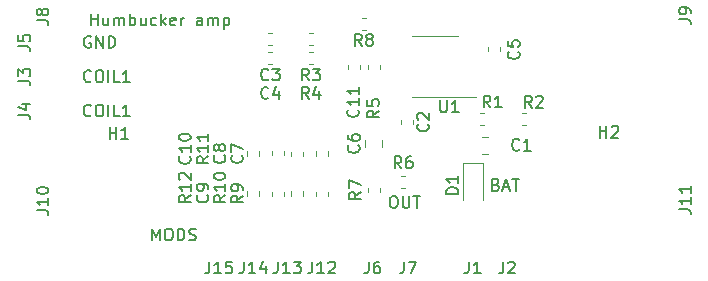
<source format=gto>
%TF.GenerationSoftware,KiCad,Pcbnew,5.1.6*%
%TF.CreationDate,2020-09-16T21:40:07+02:00*%
%TF.ProjectId,HumbuckerAmplifier,48756d62-7563-46b6-9572-416d706c6966,rev?*%
%TF.SameCoordinates,PX6183610PY5204180*%
%TF.FileFunction,Legend,Top*%
%TF.FilePolarity,Positive*%
%FSLAX46Y46*%
G04 Gerber Fmt 4.6, Leading zero omitted, Abs format (unit mm)*
G04 Created by KiCad (PCBNEW 5.1.6) date 2020-09-16 21:40:07*
%MOMM*%
%LPD*%
G01*
G04 APERTURE LIST*
%ADD10C,0.150000*%
%ADD11C,0.120000*%
G04 APERTURE END LIST*
D10*
X8916666Y14242858D02*
X8869047Y14195239D01*
X8726190Y14147620D01*
X8630952Y14147620D01*
X8488095Y14195239D01*
X8392857Y14290477D01*
X8345238Y14385715D01*
X8297619Y14576191D01*
X8297619Y14719048D01*
X8345238Y14909524D01*
X8392857Y15004762D01*
X8488095Y15100000D01*
X8630952Y15147620D01*
X8726190Y15147620D01*
X8869047Y15100000D01*
X8916666Y15052381D01*
X9535714Y15147620D02*
X9726190Y15147620D01*
X9821428Y15100000D01*
X9916666Y15004762D01*
X9964285Y14814286D01*
X9964285Y14480953D01*
X9916666Y14290477D01*
X9821428Y14195239D01*
X9726190Y14147620D01*
X9535714Y14147620D01*
X9440476Y14195239D01*
X9345238Y14290477D01*
X9297619Y14480953D01*
X9297619Y14814286D01*
X9345238Y15004762D01*
X9440476Y15100000D01*
X9535714Y15147620D01*
X10392857Y14147620D02*
X10392857Y15147620D01*
X11345238Y14147620D02*
X10869047Y14147620D01*
X10869047Y15147620D01*
X12202380Y14147620D02*
X11630952Y14147620D01*
X11916666Y14147620D02*
X11916666Y15147620D01*
X11821428Y15004762D01*
X11726190Y14909524D01*
X11630952Y14861905D01*
X8916666Y17142858D02*
X8869047Y17095239D01*
X8726190Y17047620D01*
X8630952Y17047620D01*
X8488095Y17095239D01*
X8392857Y17190477D01*
X8345238Y17285715D01*
X8297619Y17476191D01*
X8297619Y17619048D01*
X8345238Y17809524D01*
X8392857Y17904762D01*
X8488095Y18000000D01*
X8630952Y18047620D01*
X8726190Y18047620D01*
X8869047Y18000000D01*
X8916666Y17952381D01*
X9535714Y18047620D02*
X9726190Y18047620D01*
X9821428Y18000000D01*
X9916666Y17904762D01*
X9964285Y17714286D01*
X9964285Y17380953D01*
X9916666Y17190477D01*
X9821428Y17095239D01*
X9726190Y17047620D01*
X9535714Y17047620D01*
X9440476Y17095239D01*
X9345238Y17190477D01*
X9297619Y17380953D01*
X9297619Y17714286D01*
X9345238Y17904762D01*
X9440476Y18000000D01*
X9535714Y18047620D01*
X10392857Y17047620D02*
X10392857Y18047620D01*
X11345238Y17047620D02*
X10869047Y17047620D01*
X10869047Y18047620D01*
X12202380Y17047620D02*
X11630952Y17047620D01*
X11916666Y17047620D02*
X11916666Y18047620D01*
X11821428Y17904762D01*
X11726190Y17809524D01*
X11630952Y17761905D01*
X8888095Y20900000D02*
X8792857Y20947620D01*
X8650000Y20947620D01*
X8507142Y20900000D01*
X8411904Y20804762D01*
X8364285Y20709524D01*
X8316666Y20519048D01*
X8316666Y20376191D01*
X8364285Y20185715D01*
X8411904Y20090477D01*
X8507142Y19995239D01*
X8650000Y19947620D01*
X8745238Y19947620D01*
X8888095Y19995239D01*
X8935714Y20042858D01*
X8935714Y20376191D01*
X8745238Y20376191D01*
X9364285Y19947620D02*
X9364285Y20947620D01*
X9935714Y19947620D01*
X9935714Y20947620D01*
X10411904Y19947620D02*
X10411904Y20947620D01*
X10650000Y20947620D01*
X10792857Y20900000D01*
X10888095Y20804762D01*
X10935714Y20709524D01*
X10983333Y20519048D01*
X10983333Y20376191D01*
X10935714Y20185715D01*
X10888095Y20090477D01*
X10792857Y19995239D01*
X10650000Y19947620D01*
X10411904Y19947620D01*
X14066666Y3647620D02*
X14066666Y4647620D01*
X14400000Y3933334D01*
X14733333Y4647620D01*
X14733333Y3647620D01*
X15400000Y4647620D02*
X15590476Y4647620D01*
X15685714Y4600000D01*
X15780952Y4504762D01*
X15828571Y4314286D01*
X15828571Y3980953D01*
X15780952Y3790477D01*
X15685714Y3695239D01*
X15590476Y3647620D01*
X15400000Y3647620D01*
X15304761Y3695239D01*
X15209523Y3790477D01*
X15161904Y3980953D01*
X15161904Y4314286D01*
X15209523Y4504762D01*
X15304761Y4600000D01*
X15400000Y4647620D01*
X16257142Y3647620D02*
X16257142Y4647620D01*
X16495238Y4647620D01*
X16638095Y4600000D01*
X16733333Y4504762D01*
X16780952Y4409524D01*
X16828571Y4219048D01*
X16828571Y4076191D01*
X16780952Y3885715D01*
X16733333Y3790477D01*
X16638095Y3695239D01*
X16495238Y3647620D01*
X16257142Y3647620D01*
X17209523Y3695239D02*
X17352380Y3647620D01*
X17590476Y3647620D01*
X17685714Y3695239D01*
X17733333Y3742858D01*
X17780952Y3838096D01*
X17780952Y3933334D01*
X17733333Y4028572D01*
X17685714Y4076191D01*
X17590476Y4123810D01*
X17400000Y4171429D01*
X17304761Y4219048D01*
X17257142Y4266667D01*
X17209523Y4361905D01*
X17209523Y4457143D01*
X17257142Y4552381D01*
X17304761Y4600000D01*
X17400000Y4647620D01*
X17638095Y4647620D01*
X17780952Y4600000D01*
X34450000Y7397620D02*
X34640476Y7397620D01*
X34735714Y7350000D01*
X34830952Y7254762D01*
X34878571Y7064286D01*
X34878571Y6730953D01*
X34830952Y6540477D01*
X34735714Y6445239D01*
X34640476Y6397620D01*
X34450000Y6397620D01*
X34354761Y6445239D01*
X34259523Y6540477D01*
X34211904Y6730953D01*
X34211904Y7064286D01*
X34259523Y7254762D01*
X34354761Y7350000D01*
X34450000Y7397620D01*
X35307142Y7397620D02*
X35307142Y6588096D01*
X35354761Y6492858D01*
X35402380Y6445239D01*
X35497619Y6397620D01*
X35688095Y6397620D01*
X35783333Y6445239D01*
X35830952Y6492858D01*
X35878571Y6588096D01*
X35878571Y7397620D01*
X36211904Y7397620D02*
X36783333Y7397620D01*
X36497619Y6397620D02*
X36497619Y7397620D01*
X43211904Y8371429D02*
X43354761Y8323810D01*
X43402380Y8276191D01*
X43450000Y8180953D01*
X43450000Y8038096D01*
X43402380Y7942858D01*
X43354761Y7895239D01*
X43259523Y7847620D01*
X42878571Y7847620D01*
X42878571Y8847620D01*
X43211904Y8847620D01*
X43307142Y8800000D01*
X43354761Y8752381D01*
X43402380Y8657143D01*
X43402380Y8561905D01*
X43354761Y8466667D01*
X43307142Y8419048D01*
X43211904Y8371429D01*
X42878571Y8371429D01*
X43830952Y8133334D02*
X44307142Y8133334D01*
X43735714Y7847620D02*
X44069047Y8847620D01*
X44402380Y7847620D01*
X44592857Y8847620D02*
X45164285Y8847620D01*
X44878571Y7847620D02*
X44878571Y8847620D01*
X8916666Y21847620D02*
X8916666Y22847620D01*
X8916666Y22371429D02*
X9488095Y22371429D01*
X9488095Y21847620D02*
X9488095Y22847620D01*
X10392857Y22514286D02*
X10392857Y21847620D01*
X9964285Y22514286D02*
X9964285Y21990477D01*
X10011904Y21895239D01*
X10107142Y21847620D01*
X10250000Y21847620D01*
X10345238Y21895239D01*
X10392857Y21942858D01*
X10869047Y21847620D02*
X10869047Y22514286D01*
X10869047Y22419048D02*
X10916666Y22466667D01*
X11011904Y22514286D01*
X11154761Y22514286D01*
X11250000Y22466667D01*
X11297619Y22371429D01*
X11297619Y21847620D01*
X11297619Y22371429D02*
X11345238Y22466667D01*
X11440476Y22514286D01*
X11583333Y22514286D01*
X11678571Y22466667D01*
X11726190Y22371429D01*
X11726190Y21847620D01*
X12202380Y21847620D02*
X12202380Y22847620D01*
X12202380Y22466667D02*
X12297619Y22514286D01*
X12488095Y22514286D01*
X12583333Y22466667D01*
X12630952Y22419048D01*
X12678571Y22323810D01*
X12678571Y22038096D01*
X12630952Y21942858D01*
X12583333Y21895239D01*
X12488095Y21847620D01*
X12297619Y21847620D01*
X12202380Y21895239D01*
X13535714Y22514286D02*
X13535714Y21847620D01*
X13107142Y22514286D02*
X13107142Y21990477D01*
X13154761Y21895239D01*
X13250000Y21847620D01*
X13392857Y21847620D01*
X13488095Y21895239D01*
X13535714Y21942858D01*
X14440476Y21895239D02*
X14345238Y21847620D01*
X14154761Y21847620D01*
X14059523Y21895239D01*
X14011904Y21942858D01*
X13964285Y22038096D01*
X13964285Y22323810D01*
X14011904Y22419048D01*
X14059523Y22466667D01*
X14154761Y22514286D01*
X14345238Y22514286D01*
X14440476Y22466667D01*
X14869047Y21847620D02*
X14869047Y22847620D01*
X14964285Y22228572D02*
X15250000Y21847620D01*
X15250000Y22514286D02*
X14869047Y22133334D01*
X16059523Y21895239D02*
X15964285Y21847620D01*
X15773809Y21847620D01*
X15678571Y21895239D01*
X15630952Y21990477D01*
X15630952Y22371429D01*
X15678571Y22466667D01*
X15773809Y22514286D01*
X15964285Y22514286D01*
X16059523Y22466667D01*
X16107142Y22371429D01*
X16107142Y22276191D01*
X15630952Y22180953D01*
X16535714Y21847620D02*
X16535714Y22514286D01*
X16535714Y22323810D02*
X16583333Y22419048D01*
X16630952Y22466667D01*
X16726190Y22514286D01*
X16821428Y22514286D01*
X18345238Y21847620D02*
X18345238Y22371429D01*
X18297619Y22466667D01*
X18202380Y22514286D01*
X18011904Y22514286D01*
X17916666Y22466667D01*
X18345238Y21895239D02*
X18250000Y21847620D01*
X18011904Y21847620D01*
X17916666Y21895239D01*
X17869047Y21990477D01*
X17869047Y22085715D01*
X17916666Y22180953D01*
X18011904Y22228572D01*
X18250000Y22228572D01*
X18345238Y22276191D01*
X18821428Y21847620D02*
X18821428Y22514286D01*
X18821428Y22419048D02*
X18869047Y22466667D01*
X18964285Y22514286D01*
X19107142Y22514286D01*
X19202380Y22466667D01*
X19250000Y22371429D01*
X19250000Y21847620D01*
X19250000Y22371429D02*
X19297619Y22466667D01*
X19392857Y22514286D01*
X19535714Y22514286D01*
X19630952Y22466667D01*
X19678571Y22371429D01*
X19678571Y21847620D01*
X20154761Y22514286D02*
X20154761Y21514286D01*
X20154761Y22466667D02*
X20250000Y22514286D01*
X20440476Y22514286D01*
X20535714Y22466667D01*
X20583333Y22419048D01*
X20630952Y22323810D01*
X20630952Y22038096D01*
X20583333Y21942858D01*
X20535714Y21895239D01*
X20440476Y21847620D01*
X20250000Y21847620D01*
X20154761Y21895239D01*
D11*
%TO.C,R12*%
X22140000Y7441233D02*
X22140000Y7783767D01*
X23160000Y7441233D02*
X23160000Y7783767D01*
%TO.C,R11*%
X24240000Y10841233D02*
X24240000Y11183767D01*
X25260000Y10841233D02*
X25260000Y11183767D01*
%TO.C,R10*%
X25840000Y7441233D02*
X25840000Y7783767D01*
X26860000Y7441233D02*
X26860000Y7783767D01*
%TO.C,R9*%
X27940000Y7428733D02*
X27940000Y7771267D01*
X28960000Y7428733D02*
X28960000Y7771267D01*
%TO.C,R8*%
X31828733Y22460000D02*
X32171267Y22460000D01*
X31828733Y21440000D02*
X32171267Y21440000D01*
%TO.C,R7*%
X33360000Y8058767D02*
X33360000Y7716233D01*
X32340000Y8058767D02*
X32340000Y7716233D01*
%TO.C,R6*%
X35521267Y8090000D02*
X35178733Y8090000D01*
X35521267Y9110000D02*
X35178733Y9110000D01*
%TO.C,R5*%
X32340000Y18178733D02*
X32340000Y18521267D01*
X33360000Y18178733D02*
X33360000Y18521267D01*
%TO.C,R4*%
X27708767Y18600000D02*
X27366233Y18600000D01*
X27708767Y19620000D02*
X27366233Y19620000D01*
%TO.C,R3*%
X27708767Y20160000D02*
X27366233Y20160000D01*
X27708767Y21180000D02*
X27366233Y21180000D01*
%TO.C,R2*%
X45428733Y14410000D02*
X45771267Y14410000D01*
X45428733Y13390000D02*
X45771267Y13390000D01*
%TO.C,R1*%
X41878733Y14410000D02*
X42221267Y14410000D01*
X41878733Y13390000D02*
X42221267Y13390000D01*
%TO.C,D1*%
X42100000Y10200000D02*
X40400000Y10200000D01*
X40400000Y10200000D02*
X40400000Y7050000D01*
X42100000Y10200000D02*
X42100000Y7050000D01*
%TO.C,C11*%
X30640000Y18178733D02*
X30640000Y18521267D01*
X31660000Y18178733D02*
X31660000Y18521267D01*
%TO.C,C10*%
X22140000Y10828733D02*
X22140000Y11171267D01*
X23160000Y10828733D02*
X23160000Y11171267D01*
%TO.C,C9*%
X24240000Y7428733D02*
X24240000Y7771267D01*
X25260000Y7428733D02*
X25260000Y7771267D01*
%TO.C,C8*%
X25840000Y10816233D02*
X25840000Y11158767D01*
X26860000Y10816233D02*
X26860000Y11158767D01*
%TO.C,C7*%
X27940000Y10828733D02*
X27940000Y11171267D01*
X28960000Y10828733D02*
X28960000Y11171267D01*
%TO.C,C6*%
X32140000Y11588748D02*
X32140000Y12111252D01*
X33560000Y11588748D02*
X33560000Y12111252D01*
%TO.C,C5*%
X42540000Y19678733D02*
X42540000Y20021267D01*
X43560000Y19678733D02*
X43560000Y20021267D01*
%TO.C,C4*%
X24271267Y18600000D02*
X23928733Y18600000D01*
X24271267Y19620000D02*
X23928733Y19620000D01*
%TO.C,C3*%
X24271267Y20160000D02*
X23928733Y20160000D01*
X24271267Y21180000D02*
X23928733Y21180000D01*
%TO.C,C2*%
X36160000Y13821267D02*
X36160000Y13478733D01*
X35140000Y13821267D02*
X35140000Y13478733D01*
%TO.C,C1*%
X41988748Y12410000D02*
X42511252Y12410000D01*
X41988748Y10990000D02*
X42511252Y10990000D01*
%TO.C,U1*%
X38050000Y20910000D02*
X36100000Y20910000D01*
X38050000Y20910000D02*
X40000000Y20910000D01*
X38050000Y15790000D02*
X36100000Y15790000D01*
X38050000Y15790000D02*
X41500000Y15790000D01*
%TO.C,R12*%
D10*
X17352380Y7457143D02*
X16876190Y7123810D01*
X17352380Y6885715D02*
X16352380Y6885715D01*
X16352380Y7266667D01*
X16400000Y7361905D01*
X16447619Y7409524D01*
X16542857Y7457143D01*
X16685714Y7457143D01*
X16780952Y7409524D01*
X16828571Y7361905D01*
X16876190Y7266667D01*
X16876190Y6885715D01*
X17352380Y8409524D02*
X17352380Y7838096D01*
X17352380Y8123810D02*
X16352380Y8123810D01*
X16495238Y8028572D01*
X16590476Y7933334D01*
X16638095Y7838096D01*
X16447619Y8790477D02*
X16400000Y8838096D01*
X16352380Y8933334D01*
X16352380Y9171429D01*
X16400000Y9266667D01*
X16447619Y9314286D01*
X16542857Y9361905D01*
X16638095Y9361905D01*
X16780952Y9314286D01*
X17352380Y8742858D01*
X17352380Y9361905D01*
%TO.C,R11*%
X18852380Y10757143D02*
X18376190Y10423810D01*
X18852380Y10185715D02*
X17852380Y10185715D01*
X17852380Y10566667D01*
X17900000Y10661905D01*
X17947619Y10709524D01*
X18042857Y10757143D01*
X18185714Y10757143D01*
X18280952Y10709524D01*
X18328571Y10661905D01*
X18376190Y10566667D01*
X18376190Y10185715D01*
X18852380Y11709524D02*
X18852380Y11138096D01*
X18852380Y11423810D02*
X17852380Y11423810D01*
X17995238Y11328572D01*
X18090476Y11233334D01*
X18138095Y11138096D01*
X18852380Y12661905D02*
X18852380Y12090477D01*
X18852380Y12376191D02*
X17852380Y12376191D01*
X17995238Y12280953D01*
X18090476Y12185715D01*
X18138095Y12090477D01*
%TO.C,R10*%
X20302380Y7457143D02*
X19826190Y7123810D01*
X20302380Y6885715D02*
X19302380Y6885715D01*
X19302380Y7266667D01*
X19350000Y7361905D01*
X19397619Y7409524D01*
X19492857Y7457143D01*
X19635714Y7457143D01*
X19730952Y7409524D01*
X19778571Y7361905D01*
X19826190Y7266667D01*
X19826190Y6885715D01*
X20302380Y8409524D02*
X20302380Y7838096D01*
X20302380Y8123810D02*
X19302380Y8123810D01*
X19445238Y8028572D01*
X19540476Y7933334D01*
X19588095Y7838096D01*
X19302380Y9028572D02*
X19302380Y9123810D01*
X19350000Y9219048D01*
X19397619Y9266667D01*
X19492857Y9314286D01*
X19683333Y9361905D01*
X19921428Y9361905D01*
X20111904Y9314286D01*
X20207142Y9266667D01*
X20254761Y9219048D01*
X20302380Y9123810D01*
X20302380Y9028572D01*
X20254761Y8933334D01*
X20207142Y8885715D01*
X20111904Y8838096D01*
X19921428Y8790477D01*
X19683333Y8790477D01*
X19492857Y8838096D01*
X19397619Y8885715D01*
X19350000Y8933334D01*
X19302380Y9028572D01*
%TO.C,R9*%
X21772380Y7433334D02*
X21296190Y7100000D01*
X21772380Y6861905D02*
X20772380Y6861905D01*
X20772380Y7242858D01*
X20820000Y7338096D01*
X20867619Y7385715D01*
X20962857Y7433334D01*
X21105714Y7433334D01*
X21200952Y7385715D01*
X21248571Y7338096D01*
X21296190Y7242858D01*
X21296190Y6861905D01*
X21772380Y7909524D02*
X21772380Y8100000D01*
X21724761Y8195239D01*
X21677142Y8242858D01*
X21534285Y8338096D01*
X21343809Y8385715D01*
X20962857Y8385715D01*
X20867619Y8338096D01*
X20820000Y8290477D01*
X20772380Y8195239D01*
X20772380Y8004762D01*
X20820000Y7909524D01*
X20867619Y7861905D01*
X20962857Y7814286D01*
X21200952Y7814286D01*
X21296190Y7861905D01*
X21343809Y7909524D01*
X21391428Y8004762D01*
X21391428Y8195239D01*
X21343809Y8290477D01*
X21296190Y8338096D01*
X21200952Y8385715D01*
%TO.C,R8*%
X31833333Y20097620D02*
X31500000Y20573810D01*
X31261904Y20097620D02*
X31261904Y21097620D01*
X31642857Y21097620D01*
X31738095Y21050000D01*
X31785714Y21002381D01*
X31833333Y20907143D01*
X31833333Y20764286D01*
X31785714Y20669048D01*
X31738095Y20621429D01*
X31642857Y20573810D01*
X31261904Y20573810D01*
X32404761Y20669048D02*
X32309523Y20716667D01*
X32261904Y20764286D01*
X32214285Y20859524D01*
X32214285Y20907143D01*
X32261904Y21002381D01*
X32309523Y21050000D01*
X32404761Y21097620D01*
X32595238Y21097620D01*
X32690476Y21050000D01*
X32738095Y21002381D01*
X32785714Y20907143D01*
X32785714Y20859524D01*
X32738095Y20764286D01*
X32690476Y20716667D01*
X32595238Y20669048D01*
X32404761Y20669048D01*
X32309523Y20621429D01*
X32261904Y20573810D01*
X32214285Y20478572D01*
X32214285Y20288096D01*
X32261904Y20192858D01*
X32309523Y20145239D01*
X32404761Y20097620D01*
X32595238Y20097620D01*
X32690476Y20145239D01*
X32738095Y20192858D01*
X32785714Y20288096D01*
X32785714Y20478572D01*
X32738095Y20573810D01*
X32690476Y20621429D01*
X32595238Y20669048D01*
%TO.C,R7*%
X31752380Y7720834D02*
X31276190Y7387500D01*
X31752380Y7149405D02*
X30752380Y7149405D01*
X30752380Y7530358D01*
X30800000Y7625596D01*
X30847619Y7673215D01*
X30942857Y7720834D01*
X31085714Y7720834D01*
X31180952Y7673215D01*
X31228571Y7625596D01*
X31276190Y7530358D01*
X31276190Y7149405D01*
X30752380Y8054167D02*
X30752380Y8720834D01*
X31752380Y8292262D01*
%TO.C,R6*%
X35183333Y9747620D02*
X34850000Y10223810D01*
X34611904Y9747620D02*
X34611904Y10747620D01*
X34992857Y10747620D01*
X35088095Y10700000D01*
X35135714Y10652381D01*
X35183333Y10557143D01*
X35183333Y10414286D01*
X35135714Y10319048D01*
X35088095Y10271429D01*
X34992857Y10223810D01*
X34611904Y10223810D01*
X36040476Y10747620D02*
X35850000Y10747620D01*
X35754761Y10700000D01*
X35707142Y10652381D01*
X35611904Y10509524D01*
X35564285Y10319048D01*
X35564285Y9938096D01*
X35611904Y9842858D01*
X35659523Y9795239D01*
X35754761Y9747620D01*
X35945238Y9747620D01*
X36040476Y9795239D01*
X36088095Y9842858D01*
X36135714Y9938096D01*
X36135714Y10176191D01*
X36088095Y10271429D01*
X36040476Y10319048D01*
X35945238Y10366667D01*
X35754761Y10366667D01*
X35659523Y10319048D01*
X35611904Y10271429D01*
X35564285Y10176191D01*
%TO.C,R5*%
X33302380Y14633334D02*
X32826190Y14300000D01*
X33302380Y14061905D02*
X32302380Y14061905D01*
X32302380Y14442858D01*
X32350000Y14538096D01*
X32397619Y14585715D01*
X32492857Y14633334D01*
X32635714Y14633334D01*
X32730952Y14585715D01*
X32778571Y14538096D01*
X32826190Y14442858D01*
X32826190Y14061905D01*
X32302380Y15538096D02*
X32302380Y15061905D01*
X32778571Y15014286D01*
X32730952Y15061905D01*
X32683333Y15157143D01*
X32683333Y15395239D01*
X32730952Y15490477D01*
X32778571Y15538096D01*
X32873809Y15585715D01*
X33111904Y15585715D01*
X33207142Y15538096D01*
X33254761Y15490477D01*
X33302380Y15395239D01*
X33302380Y15157143D01*
X33254761Y15061905D01*
X33207142Y15014286D01*
%TO.C,R4*%
X27370833Y15627620D02*
X27037500Y16103810D01*
X26799404Y15627620D02*
X26799404Y16627620D01*
X27180357Y16627620D01*
X27275595Y16580000D01*
X27323214Y16532381D01*
X27370833Y16437143D01*
X27370833Y16294286D01*
X27323214Y16199048D01*
X27275595Y16151429D01*
X27180357Y16103810D01*
X26799404Y16103810D01*
X28227976Y16294286D02*
X28227976Y15627620D01*
X27989880Y16675239D02*
X27751785Y15960953D01*
X28370833Y15960953D01*
%TO.C,R3*%
X27370833Y17187620D02*
X27037500Y17663810D01*
X26799404Y17187620D02*
X26799404Y18187620D01*
X27180357Y18187620D01*
X27275595Y18140000D01*
X27323214Y18092381D01*
X27370833Y17997143D01*
X27370833Y17854286D01*
X27323214Y17759048D01*
X27275595Y17711429D01*
X27180357Y17663810D01*
X26799404Y17663810D01*
X27704166Y18187620D02*
X28323214Y18187620D01*
X27989880Y17806667D01*
X28132738Y17806667D01*
X28227976Y17759048D01*
X28275595Y17711429D01*
X28323214Y17616191D01*
X28323214Y17378096D01*
X28275595Y17282858D01*
X28227976Y17235239D01*
X28132738Y17187620D01*
X27847023Y17187620D01*
X27751785Y17235239D01*
X27704166Y17282858D01*
%TO.C,R2*%
X46233333Y14877620D02*
X45900000Y15353810D01*
X45661904Y14877620D02*
X45661904Y15877620D01*
X46042857Y15877620D01*
X46138095Y15830000D01*
X46185714Y15782381D01*
X46233333Y15687143D01*
X46233333Y15544286D01*
X46185714Y15449048D01*
X46138095Y15401429D01*
X46042857Y15353810D01*
X45661904Y15353810D01*
X46614285Y15782381D02*
X46661904Y15830000D01*
X46757142Y15877620D01*
X46995238Y15877620D01*
X47090476Y15830000D01*
X47138095Y15782381D01*
X47185714Y15687143D01*
X47185714Y15591905D01*
X47138095Y15449048D01*
X46566666Y14877620D01*
X47185714Y14877620D01*
%TO.C,R1*%
X42733333Y14897620D02*
X42400000Y15373810D01*
X42161904Y14897620D02*
X42161904Y15897620D01*
X42542857Y15897620D01*
X42638095Y15850000D01*
X42685714Y15802381D01*
X42733333Y15707143D01*
X42733333Y15564286D01*
X42685714Y15469048D01*
X42638095Y15421429D01*
X42542857Y15373810D01*
X42161904Y15373810D01*
X43685714Y14897620D02*
X43114285Y14897620D01*
X43400000Y14897620D02*
X43400000Y15897620D01*
X43304761Y15754762D01*
X43209523Y15659524D01*
X43114285Y15611905D01*
%TO.C,D1*%
X40002380Y7561905D02*
X39002380Y7561905D01*
X39002380Y7800000D01*
X39050000Y7942858D01*
X39145238Y8038096D01*
X39240476Y8085715D01*
X39430952Y8133334D01*
X39573809Y8133334D01*
X39764285Y8085715D01*
X39859523Y8038096D01*
X39954761Y7942858D01*
X40002380Y7800000D01*
X40002380Y7561905D01*
X40002380Y9085715D02*
X40002380Y8514286D01*
X40002380Y8800000D02*
X39002380Y8800000D01*
X39145238Y8704762D01*
X39240476Y8609524D01*
X39288095Y8514286D01*
%TO.C,C11*%
X31507142Y14707143D02*
X31554761Y14659524D01*
X31602380Y14516667D01*
X31602380Y14421429D01*
X31554761Y14278572D01*
X31459523Y14183334D01*
X31364285Y14135715D01*
X31173809Y14088096D01*
X31030952Y14088096D01*
X30840476Y14135715D01*
X30745238Y14183334D01*
X30650000Y14278572D01*
X30602380Y14421429D01*
X30602380Y14516667D01*
X30650000Y14659524D01*
X30697619Y14707143D01*
X31602380Y15659524D02*
X31602380Y15088096D01*
X31602380Y15373810D02*
X30602380Y15373810D01*
X30745238Y15278572D01*
X30840476Y15183334D01*
X30888095Y15088096D01*
X31602380Y16611905D02*
X31602380Y16040477D01*
X31602380Y16326191D02*
X30602380Y16326191D01*
X30745238Y16230953D01*
X30840476Y16135715D01*
X30888095Y16040477D01*
%TO.C,C10*%
X17257142Y10757143D02*
X17304761Y10709524D01*
X17352380Y10566667D01*
X17352380Y10471429D01*
X17304761Y10328572D01*
X17209523Y10233334D01*
X17114285Y10185715D01*
X16923809Y10138096D01*
X16780952Y10138096D01*
X16590476Y10185715D01*
X16495238Y10233334D01*
X16400000Y10328572D01*
X16352380Y10471429D01*
X16352380Y10566667D01*
X16400000Y10709524D01*
X16447619Y10757143D01*
X17352380Y11709524D02*
X17352380Y11138096D01*
X17352380Y11423810D02*
X16352380Y11423810D01*
X16495238Y11328572D01*
X16590476Y11233334D01*
X16638095Y11138096D01*
X16352380Y12328572D02*
X16352380Y12423810D01*
X16400000Y12519048D01*
X16447619Y12566667D01*
X16542857Y12614286D01*
X16733333Y12661905D01*
X16971428Y12661905D01*
X17161904Y12614286D01*
X17257142Y12566667D01*
X17304761Y12519048D01*
X17352380Y12423810D01*
X17352380Y12328572D01*
X17304761Y12233334D01*
X17257142Y12185715D01*
X17161904Y12138096D01*
X16971428Y12090477D01*
X16733333Y12090477D01*
X16542857Y12138096D01*
X16447619Y12185715D01*
X16400000Y12233334D01*
X16352380Y12328572D01*
%TO.C,C9*%
X18757142Y7483334D02*
X18804761Y7435715D01*
X18852380Y7292858D01*
X18852380Y7197620D01*
X18804761Y7054762D01*
X18709523Y6959524D01*
X18614285Y6911905D01*
X18423809Y6864286D01*
X18280952Y6864286D01*
X18090476Y6911905D01*
X17995238Y6959524D01*
X17900000Y7054762D01*
X17852380Y7197620D01*
X17852380Y7292858D01*
X17900000Y7435715D01*
X17947619Y7483334D01*
X18852380Y7959524D02*
X18852380Y8150000D01*
X18804761Y8245239D01*
X18757142Y8292858D01*
X18614285Y8388096D01*
X18423809Y8435715D01*
X18042857Y8435715D01*
X17947619Y8388096D01*
X17900000Y8340477D01*
X17852380Y8245239D01*
X17852380Y8054762D01*
X17900000Y7959524D01*
X17947619Y7911905D01*
X18042857Y7864286D01*
X18280952Y7864286D01*
X18376190Y7911905D01*
X18423809Y7959524D01*
X18471428Y8054762D01*
X18471428Y8245239D01*
X18423809Y8340477D01*
X18376190Y8388096D01*
X18280952Y8435715D01*
%TO.C,C8*%
X20207142Y10833334D02*
X20254761Y10785715D01*
X20302380Y10642858D01*
X20302380Y10547620D01*
X20254761Y10404762D01*
X20159523Y10309524D01*
X20064285Y10261905D01*
X19873809Y10214286D01*
X19730952Y10214286D01*
X19540476Y10261905D01*
X19445238Y10309524D01*
X19350000Y10404762D01*
X19302380Y10547620D01*
X19302380Y10642858D01*
X19350000Y10785715D01*
X19397619Y10833334D01*
X19730952Y11404762D02*
X19683333Y11309524D01*
X19635714Y11261905D01*
X19540476Y11214286D01*
X19492857Y11214286D01*
X19397619Y11261905D01*
X19350000Y11309524D01*
X19302380Y11404762D01*
X19302380Y11595239D01*
X19350000Y11690477D01*
X19397619Y11738096D01*
X19492857Y11785715D01*
X19540476Y11785715D01*
X19635714Y11738096D01*
X19683333Y11690477D01*
X19730952Y11595239D01*
X19730952Y11404762D01*
X19778571Y11309524D01*
X19826190Y11261905D01*
X19921428Y11214286D01*
X20111904Y11214286D01*
X20207142Y11261905D01*
X20254761Y11309524D01*
X20302380Y11404762D01*
X20302380Y11595239D01*
X20254761Y11690477D01*
X20207142Y11738096D01*
X20111904Y11785715D01*
X19921428Y11785715D01*
X19826190Y11738096D01*
X19778571Y11690477D01*
X19730952Y11595239D01*
%TO.C,C7*%
X21677142Y10833334D02*
X21724761Y10785715D01*
X21772380Y10642858D01*
X21772380Y10547620D01*
X21724761Y10404762D01*
X21629523Y10309524D01*
X21534285Y10261905D01*
X21343809Y10214286D01*
X21200952Y10214286D01*
X21010476Y10261905D01*
X20915238Y10309524D01*
X20820000Y10404762D01*
X20772380Y10547620D01*
X20772380Y10642858D01*
X20820000Y10785715D01*
X20867619Y10833334D01*
X20772380Y11166667D02*
X20772380Y11833334D01*
X21772380Y11404762D01*
%TO.C,C6*%
X31557142Y11683334D02*
X31604761Y11635715D01*
X31652380Y11492858D01*
X31652380Y11397620D01*
X31604761Y11254762D01*
X31509523Y11159524D01*
X31414285Y11111905D01*
X31223809Y11064286D01*
X31080952Y11064286D01*
X30890476Y11111905D01*
X30795238Y11159524D01*
X30700000Y11254762D01*
X30652380Y11397620D01*
X30652380Y11492858D01*
X30700000Y11635715D01*
X30747619Y11683334D01*
X30652380Y12540477D02*
X30652380Y12350000D01*
X30700000Y12254762D01*
X30747619Y12207143D01*
X30890476Y12111905D01*
X31080952Y12064286D01*
X31461904Y12064286D01*
X31557142Y12111905D01*
X31604761Y12159524D01*
X31652380Y12254762D01*
X31652380Y12445239D01*
X31604761Y12540477D01*
X31557142Y12588096D01*
X31461904Y12635715D01*
X31223809Y12635715D01*
X31128571Y12588096D01*
X31080952Y12540477D01*
X31033333Y12445239D01*
X31033333Y12254762D01*
X31080952Y12159524D01*
X31128571Y12111905D01*
X31223809Y12064286D01*
%TO.C,C5*%
X45107142Y19633334D02*
X45154761Y19585715D01*
X45202380Y19442858D01*
X45202380Y19347620D01*
X45154761Y19204762D01*
X45059523Y19109524D01*
X44964285Y19061905D01*
X44773809Y19014286D01*
X44630952Y19014286D01*
X44440476Y19061905D01*
X44345238Y19109524D01*
X44250000Y19204762D01*
X44202380Y19347620D01*
X44202380Y19442858D01*
X44250000Y19585715D01*
X44297619Y19633334D01*
X44202380Y20538096D02*
X44202380Y20061905D01*
X44678571Y20014286D01*
X44630952Y20061905D01*
X44583333Y20157143D01*
X44583333Y20395239D01*
X44630952Y20490477D01*
X44678571Y20538096D01*
X44773809Y20585715D01*
X45011904Y20585715D01*
X45107142Y20538096D01*
X45154761Y20490477D01*
X45202380Y20395239D01*
X45202380Y20157143D01*
X45154761Y20061905D01*
X45107142Y20014286D01*
%TO.C,C4*%
X23933333Y15722858D02*
X23885714Y15675239D01*
X23742857Y15627620D01*
X23647619Y15627620D01*
X23504761Y15675239D01*
X23409523Y15770477D01*
X23361904Y15865715D01*
X23314285Y16056191D01*
X23314285Y16199048D01*
X23361904Y16389524D01*
X23409523Y16484762D01*
X23504761Y16580000D01*
X23647619Y16627620D01*
X23742857Y16627620D01*
X23885714Y16580000D01*
X23933333Y16532381D01*
X24790476Y16294286D02*
X24790476Y15627620D01*
X24552380Y16675239D02*
X24314285Y15960953D01*
X24933333Y15960953D01*
%TO.C,C3*%
X23933333Y17282858D02*
X23885714Y17235239D01*
X23742857Y17187620D01*
X23647619Y17187620D01*
X23504761Y17235239D01*
X23409523Y17330477D01*
X23361904Y17425715D01*
X23314285Y17616191D01*
X23314285Y17759048D01*
X23361904Y17949524D01*
X23409523Y18044762D01*
X23504761Y18140000D01*
X23647619Y18187620D01*
X23742857Y18187620D01*
X23885714Y18140000D01*
X23933333Y18092381D01*
X24266666Y18187620D02*
X24885714Y18187620D01*
X24552380Y17806667D01*
X24695238Y17806667D01*
X24790476Y17759048D01*
X24838095Y17711429D01*
X24885714Y17616191D01*
X24885714Y17378096D01*
X24838095Y17282858D01*
X24790476Y17235239D01*
X24695238Y17187620D01*
X24409523Y17187620D01*
X24314285Y17235239D01*
X24266666Y17282858D01*
%TO.C,C2*%
X37437142Y13483334D02*
X37484761Y13435715D01*
X37532380Y13292858D01*
X37532380Y13197620D01*
X37484761Y13054762D01*
X37389523Y12959524D01*
X37294285Y12911905D01*
X37103809Y12864286D01*
X36960952Y12864286D01*
X36770476Y12911905D01*
X36675238Y12959524D01*
X36580000Y13054762D01*
X36532380Y13197620D01*
X36532380Y13292858D01*
X36580000Y13435715D01*
X36627619Y13483334D01*
X36627619Y13864286D02*
X36580000Y13911905D01*
X36532380Y14007143D01*
X36532380Y14245239D01*
X36580000Y14340477D01*
X36627619Y14388096D01*
X36722857Y14435715D01*
X36818095Y14435715D01*
X36960952Y14388096D01*
X37532380Y13816667D01*
X37532380Y14435715D01*
%TO.C,C1*%
X45183333Y11342858D02*
X45135714Y11295239D01*
X44992857Y11247620D01*
X44897619Y11247620D01*
X44754761Y11295239D01*
X44659523Y11390477D01*
X44611904Y11485715D01*
X44564285Y11676191D01*
X44564285Y11819048D01*
X44611904Y12009524D01*
X44659523Y12104762D01*
X44754761Y12200000D01*
X44897619Y12247620D01*
X44992857Y12247620D01*
X45135714Y12200000D01*
X45183333Y12152381D01*
X46135714Y11247620D02*
X45564285Y11247620D01*
X45850000Y11247620D02*
X45850000Y12247620D01*
X45754761Y12104762D01*
X45659523Y12009524D01*
X45564285Y11961905D01*
%TO.C,J15*%
X18940476Y1847620D02*
X18940476Y1133334D01*
X18892857Y990477D01*
X18797619Y895239D01*
X18654761Y847620D01*
X18559523Y847620D01*
X19940476Y847620D02*
X19369047Y847620D01*
X19654761Y847620D02*
X19654761Y1847620D01*
X19559523Y1704762D01*
X19464285Y1609524D01*
X19369047Y1561905D01*
X20845238Y1847620D02*
X20369047Y1847620D01*
X20321428Y1371429D01*
X20369047Y1419048D01*
X20464285Y1466667D01*
X20702380Y1466667D01*
X20797619Y1419048D01*
X20845238Y1371429D01*
X20892857Y1276191D01*
X20892857Y1038096D01*
X20845238Y942858D01*
X20797619Y895239D01*
X20702380Y847620D01*
X20464285Y847620D01*
X20369047Y895239D01*
X20321428Y942858D01*
%TO.C,J14*%
X21840476Y1847620D02*
X21840476Y1133334D01*
X21792857Y990477D01*
X21697619Y895239D01*
X21554761Y847620D01*
X21459523Y847620D01*
X22840476Y847620D02*
X22269047Y847620D01*
X22554761Y847620D02*
X22554761Y1847620D01*
X22459523Y1704762D01*
X22364285Y1609524D01*
X22269047Y1561905D01*
X23697619Y1514286D02*
X23697619Y847620D01*
X23459523Y1895239D02*
X23221428Y1180953D01*
X23840476Y1180953D01*
%TO.C,J13*%
X24740476Y1847620D02*
X24740476Y1133334D01*
X24692857Y990477D01*
X24597619Y895239D01*
X24454761Y847620D01*
X24359523Y847620D01*
X25740476Y847620D02*
X25169047Y847620D01*
X25454761Y847620D02*
X25454761Y1847620D01*
X25359523Y1704762D01*
X25264285Y1609524D01*
X25169047Y1561905D01*
X26073809Y1847620D02*
X26692857Y1847620D01*
X26359523Y1466667D01*
X26502380Y1466667D01*
X26597619Y1419048D01*
X26645238Y1371429D01*
X26692857Y1276191D01*
X26692857Y1038096D01*
X26645238Y942858D01*
X26597619Y895239D01*
X26502380Y847620D01*
X26216666Y847620D01*
X26121428Y895239D01*
X26073809Y942858D01*
%TO.C,J12*%
X27640476Y1847620D02*
X27640476Y1133334D01*
X27592857Y990477D01*
X27497619Y895239D01*
X27354761Y847620D01*
X27259523Y847620D01*
X28640476Y847620D02*
X28069047Y847620D01*
X28354761Y847620D02*
X28354761Y1847620D01*
X28259523Y1704762D01*
X28164285Y1609524D01*
X28069047Y1561905D01*
X29021428Y1752381D02*
X29069047Y1800000D01*
X29164285Y1847620D01*
X29402380Y1847620D01*
X29497619Y1800000D01*
X29545238Y1752381D01*
X29592857Y1657143D01*
X29592857Y1561905D01*
X29545238Y1419048D01*
X28973809Y847620D01*
X29592857Y847620D01*
%TO.C,J11*%
X58702380Y6290477D02*
X59416666Y6290477D01*
X59559523Y6242858D01*
X59654761Y6147620D01*
X59702380Y6004762D01*
X59702380Y5909524D01*
X59702380Y7290477D02*
X59702380Y6719048D01*
X59702380Y7004762D02*
X58702380Y7004762D01*
X58845238Y6909524D01*
X58940476Y6814286D01*
X58988095Y6719048D01*
X59702380Y8242858D02*
X59702380Y7671429D01*
X59702380Y7957143D02*
X58702380Y7957143D01*
X58845238Y7861905D01*
X58940476Y7766667D01*
X58988095Y7671429D01*
%TO.C,J10*%
X4302380Y6190477D02*
X5016666Y6190477D01*
X5159523Y6142858D01*
X5254761Y6047620D01*
X5302380Y5904762D01*
X5302380Y5809524D01*
X5302380Y7190477D02*
X5302380Y6619048D01*
X5302380Y6904762D02*
X4302380Y6904762D01*
X4445238Y6809524D01*
X4540476Y6714286D01*
X4588095Y6619048D01*
X4302380Y7809524D02*
X4302380Y7904762D01*
X4350000Y8000000D01*
X4397619Y8047620D01*
X4492857Y8095239D01*
X4683333Y8142858D01*
X4921428Y8142858D01*
X5111904Y8095239D01*
X5207142Y8047620D01*
X5254761Y8000000D01*
X5302380Y7904762D01*
X5302380Y7809524D01*
X5254761Y7714286D01*
X5207142Y7666667D01*
X5111904Y7619048D01*
X4921428Y7571429D01*
X4683333Y7571429D01*
X4492857Y7619048D01*
X4397619Y7666667D01*
X4350000Y7714286D01*
X4302380Y7809524D01*
%TO.C,J9*%
X58702380Y22366667D02*
X59416666Y22366667D01*
X59559523Y22319048D01*
X59654761Y22223810D01*
X59702380Y22080953D01*
X59702380Y21985715D01*
X59702380Y22890477D02*
X59702380Y23080953D01*
X59654761Y23176191D01*
X59607142Y23223810D01*
X59464285Y23319048D01*
X59273809Y23366667D01*
X58892857Y23366667D01*
X58797619Y23319048D01*
X58750000Y23271429D01*
X58702380Y23176191D01*
X58702380Y22985715D01*
X58750000Y22890477D01*
X58797619Y22842858D01*
X58892857Y22795239D01*
X59130952Y22795239D01*
X59226190Y22842858D01*
X59273809Y22890477D01*
X59321428Y22985715D01*
X59321428Y23176191D01*
X59273809Y23271429D01*
X59226190Y23319048D01*
X59130952Y23366667D01*
%TO.C,J8*%
X4302380Y22266667D02*
X5016666Y22266667D01*
X5159523Y22219048D01*
X5254761Y22123810D01*
X5302380Y21980953D01*
X5302380Y21885715D01*
X4730952Y22885715D02*
X4683333Y22790477D01*
X4635714Y22742858D01*
X4540476Y22695239D01*
X4492857Y22695239D01*
X4397619Y22742858D01*
X4350000Y22790477D01*
X4302380Y22885715D01*
X4302380Y23076191D01*
X4350000Y23171429D01*
X4397619Y23219048D01*
X4492857Y23266667D01*
X4540476Y23266667D01*
X4635714Y23219048D01*
X4683333Y23171429D01*
X4730952Y23076191D01*
X4730952Y22885715D01*
X4778571Y22790477D01*
X4826190Y22742858D01*
X4921428Y22695239D01*
X5111904Y22695239D01*
X5207142Y22742858D01*
X5254761Y22790477D01*
X5302380Y22885715D01*
X5302380Y23076191D01*
X5254761Y23171429D01*
X5207142Y23219048D01*
X5111904Y23266667D01*
X4921428Y23266667D01*
X4826190Y23219048D01*
X4778571Y23171429D01*
X4730952Y23076191D01*
%TO.C,J7*%
X35416666Y1847620D02*
X35416666Y1133334D01*
X35369047Y990477D01*
X35273809Y895239D01*
X35130952Y847620D01*
X35035714Y847620D01*
X35797619Y1847620D02*
X36464285Y1847620D01*
X36035714Y847620D01*
%TO.C,J6*%
X32416666Y1847620D02*
X32416666Y1133334D01*
X32369047Y990477D01*
X32273809Y895239D01*
X32130952Y847620D01*
X32035714Y847620D01*
X33321428Y1847620D02*
X33130952Y1847620D01*
X33035714Y1800000D01*
X32988095Y1752381D01*
X32892857Y1609524D01*
X32845238Y1419048D01*
X32845238Y1038096D01*
X32892857Y942858D01*
X32940476Y895239D01*
X33035714Y847620D01*
X33226190Y847620D01*
X33321428Y895239D01*
X33369047Y942858D01*
X33416666Y1038096D01*
X33416666Y1276191D01*
X33369047Y1371429D01*
X33321428Y1419048D01*
X33226190Y1466667D01*
X33035714Y1466667D01*
X32940476Y1419048D01*
X32892857Y1371429D01*
X32845238Y1276191D01*
%TO.C,J5*%
X2762380Y20066667D02*
X3476666Y20066667D01*
X3619523Y20019048D01*
X3714761Y19923810D01*
X3762380Y19780953D01*
X3762380Y19685715D01*
X2762380Y21019048D02*
X2762380Y20542858D01*
X3238571Y20495239D01*
X3190952Y20542858D01*
X3143333Y20638096D01*
X3143333Y20876191D01*
X3190952Y20971429D01*
X3238571Y21019048D01*
X3333809Y21066667D01*
X3571904Y21066667D01*
X3667142Y21019048D01*
X3714761Y20971429D01*
X3762380Y20876191D01*
X3762380Y20638096D01*
X3714761Y20542858D01*
X3667142Y20495239D01*
%TO.C,J4*%
X2762380Y14266667D02*
X3476666Y14266667D01*
X3619523Y14219048D01*
X3714761Y14123810D01*
X3762380Y13980953D01*
X3762380Y13885715D01*
X3095714Y15171429D02*
X3762380Y15171429D01*
X2714761Y14933334D02*
X3429047Y14695239D01*
X3429047Y15314286D01*
%TO.C,J3*%
X2762380Y17166667D02*
X3476666Y17166667D01*
X3619523Y17119048D01*
X3714761Y17023810D01*
X3762380Y16880953D01*
X3762380Y16785715D01*
X2762380Y17547620D02*
X2762380Y18166667D01*
X3143333Y17833334D01*
X3143333Y17976191D01*
X3190952Y18071429D01*
X3238571Y18119048D01*
X3333809Y18166667D01*
X3571904Y18166667D01*
X3667142Y18119048D01*
X3714761Y18071429D01*
X3762380Y17976191D01*
X3762380Y17690477D01*
X3714761Y17595239D01*
X3667142Y17547620D01*
%TO.C,J2*%
X43816666Y1847620D02*
X43816666Y1133334D01*
X43769047Y990477D01*
X43673809Y895239D01*
X43530952Y847620D01*
X43435714Y847620D01*
X44245238Y1752381D02*
X44292857Y1800000D01*
X44388095Y1847620D01*
X44626190Y1847620D01*
X44721428Y1800000D01*
X44769047Y1752381D01*
X44816666Y1657143D01*
X44816666Y1561905D01*
X44769047Y1419048D01*
X44197619Y847620D01*
X44816666Y847620D01*
%TO.C,J1*%
X40916666Y1847620D02*
X40916666Y1133334D01*
X40869047Y990477D01*
X40773809Y895239D01*
X40630952Y847620D01*
X40535714Y847620D01*
X41916666Y847620D02*
X41345238Y847620D01*
X41630952Y847620D02*
X41630952Y1847620D01*
X41535714Y1704762D01*
X41440476Y1609524D01*
X41345238Y1561905D01*
%TO.C,U1*%
X38488095Y15497620D02*
X38488095Y14688096D01*
X38535714Y14592858D01*
X38583333Y14545239D01*
X38678571Y14497620D01*
X38869047Y14497620D01*
X38964285Y14545239D01*
X39011904Y14592858D01*
X39059523Y14688096D01*
X39059523Y15497620D01*
X40059523Y14497620D02*
X39488095Y14497620D01*
X39773809Y14497620D02*
X39773809Y15497620D01*
X39678571Y15354762D01*
X39583333Y15259524D01*
X39488095Y15211905D01*
%TO.C,H2*%
X51988095Y12347620D02*
X51988095Y13347620D01*
X51988095Y12871429D02*
X52559523Y12871429D01*
X52559523Y12347620D02*
X52559523Y13347620D01*
X52988095Y13252381D02*
X53035714Y13300000D01*
X53130952Y13347620D01*
X53369047Y13347620D01*
X53464285Y13300000D01*
X53511904Y13252381D01*
X53559523Y13157143D01*
X53559523Y13061905D01*
X53511904Y12919048D01*
X52940476Y12347620D01*
X53559523Y12347620D01*
%TO.C,H1*%
X10488095Y12247620D02*
X10488095Y13247620D01*
X10488095Y12771429D02*
X11059523Y12771429D01*
X11059523Y12247620D02*
X11059523Y13247620D01*
X12059523Y12247620D02*
X11488095Y12247620D01*
X11773809Y12247620D02*
X11773809Y13247620D01*
X11678571Y13104762D01*
X11583333Y13009524D01*
X11488095Y12961905D01*
%TD*%
M02*

</source>
